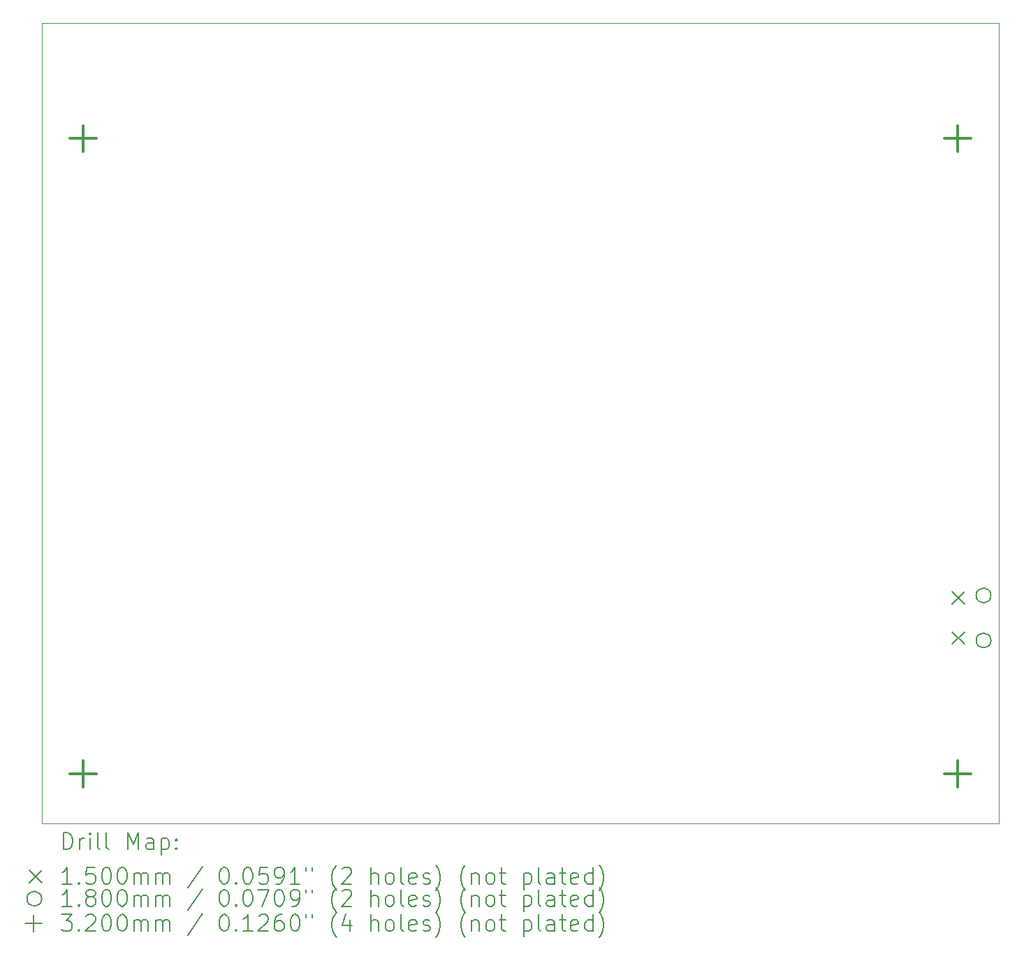
<source format=gbr>
%TF.GenerationSoftware,KiCad,Pcbnew,7.0.7+dfsg-1*%
%TF.CreationDate,2024-04-04T17:56:32+01:00*%
%TF.ProjectId,point-controller,706f696e-742d-4636-9f6e-74726f6c6c65,rev?*%
%TF.SameCoordinates,Original*%
%TF.FileFunction,Drillmap*%
%TF.FilePolarity,Positive*%
%FSLAX45Y45*%
G04 Gerber Fmt 4.5, Leading zero omitted, Abs format (unit mm)*
G04 Created by KiCad (PCBNEW 7.0.7+dfsg-1) date 2024-04-04 17:56:32*
%MOMM*%
%LPD*%
G01*
G04 APERTURE LIST*
%ADD10C,0.100000*%
%ADD11C,0.200000*%
%ADD12C,0.150000*%
%ADD13C,0.180000*%
%ADD14C,0.320000*%
G04 APERTURE END LIST*
D10*
X4400000Y-1600000D02*
X16000000Y-1600000D01*
X16000000Y-11300000D01*
X4400000Y-11300000D01*
X4400000Y-1600000D01*
D11*
D12*
X15433000Y-8493500D02*
X15583000Y-8643500D01*
X15583000Y-8493500D02*
X15433000Y-8643500D01*
X15433000Y-8978500D02*
X15583000Y-9128500D01*
X15583000Y-8978500D02*
X15433000Y-9128500D01*
D13*
X15901000Y-8538500D02*
G75*
G03*
X15901000Y-8538500I-90000J0D01*
G01*
X15901000Y-9083500D02*
G75*
G03*
X15901000Y-9083500I-90000J0D01*
G01*
D14*
X4900000Y-2840000D02*
X4900000Y-3160000D01*
X4740000Y-3000000D02*
X5060000Y-3000000D01*
X4900000Y-10540000D02*
X4900000Y-10860000D01*
X4740000Y-10700000D02*
X5060000Y-10700000D01*
X15500000Y-2840000D02*
X15500000Y-3160000D01*
X15340000Y-3000000D02*
X15660000Y-3000000D01*
X15500000Y-10540000D02*
X15500000Y-10860000D01*
X15340000Y-10700000D02*
X15660000Y-10700000D01*
D11*
X4655777Y-11616484D02*
X4655777Y-11416484D01*
X4655777Y-11416484D02*
X4703396Y-11416484D01*
X4703396Y-11416484D02*
X4731967Y-11426008D01*
X4731967Y-11426008D02*
X4751015Y-11445055D01*
X4751015Y-11445055D02*
X4760539Y-11464103D01*
X4760539Y-11464103D02*
X4770063Y-11502198D01*
X4770063Y-11502198D02*
X4770063Y-11530769D01*
X4770063Y-11530769D02*
X4760539Y-11568865D01*
X4760539Y-11568865D02*
X4751015Y-11587912D01*
X4751015Y-11587912D02*
X4731967Y-11606960D01*
X4731967Y-11606960D02*
X4703396Y-11616484D01*
X4703396Y-11616484D02*
X4655777Y-11616484D01*
X4855777Y-11616484D02*
X4855777Y-11483150D01*
X4855777Y-11521246D02*
X4865301Y-11502198D01*
X4865301Y-11502198D02*
X4874824Y-11492674D01*
X4874824Y-11492674D02*
X4893872Y-11483150D01*
X4893872Y-11483150D02*
X4912920Y-11483150D01*
X4979586Y-11616484D02*
X4979586Y-11483150D01*
X4979586Y-11416484D02*
X4970063Y-11426008D01*
X4970063Y-11426008D02*
X4979586Y-11435531D01*
X4979586Y-11435531D02*
X4989110Y-11426008D01*
X4989110Y-11426008D02*
X4979586Y-11416484D01*
X4979586Y-11416484D02*
X4979586Y-11435531D01*
X5103396Y-11616484D02*
X5084348Y-11606960D01*
X5084348Y-11606960D02*
X5074824Y-11587912D01*
X5074824Y-11587912D02*
X5074824Y-11416484D01*
X5208158Y-11616484D02*
X5189110Y-11606960D01*
X5189110Y-11606960D02*
X5179586Y-11587912D01*
X5179586Y-11587912D02*
X5179586Y-11416484D01*
X5436729Y-11616484D02*
X5436729Y-11416484D01*
X5436729Y-11416484D02*
X5503396Y-11559341D01*
X5503396Y-11559341D02*
X5570063Y-11416484D01*
X5570063Y-11416484D02*
X5570063Y-11616484D01*
X5751015Y-11616484D02*
X5751015Y-11511722D01*
X5751015Y-11511722D02*
X5741491Y-11492674D01*
X5741491Y-11492674D02*
X5722443Y-11483150D01*
X5722443Y-11483150D02*
X5684348Y-11483150D01*
X5684348Y-11483150D02*
X5665301Y-11492674D01*
X5751015Y-11606960D02*
X5731967Y-11616484D01*
X5731967Y-11616484D02*
X5684348Y-11616484D01*
X5684348Y-11616484D02*
X5665301Y-11606960D01*
X5665301Y-11606960D02*
X5655777Y-11587912D01*
X5655777Y-11587912D02*
X5655777Y-11568865D01*
X5655777Y-11568865D02*
X5665301Y-11549817D01*
X5665301Y-11549817D02*
X5684348Y-11540293D01*
X5684348Y-11540293D02*
X5731967Y-11540293D01*
X5731967Y-11540293D02*
X5751015Y-11530769D01*
X5846253Y-11483150D02*
X5846253Y-11683150D01*
X5846253Y-11492674D02*
X5865301Y-11483150D01*
X5865301Y-11483150D02*
X5903396Y-11483150D01*
X5903396Y-11483150D02*
X5922443Y-11492674D01*
X5922443Y-11492674D02*
X5931967Y-11502198D01*
X5931967Y-11502198D02*
X5941491Y-11521246D01*
X5941491Y-11521246D02*
X5941491Y-11578388D01*
X5941491Y-11578388D02*
X5931967Y-11597436D01*
X5931967Y-11597436D02*
X5922443Y-11606960D01*
X5922443Y-11606960D02*
X5903396Y-11616484D01*
X5903396Y-11616484D02*
X5865301Y-11616484D01*
X5865301Y-11616484D02*
X5846253Y-11606960D01*
X6027205Y-11597436D02*
X6036729Y-11606960D01*
X6036729Y-11606960D02*
X6027205Y-11616484D01*
X6027205Y-11616484D02*
X6017682Y-11606960D01*
X6017682Y-11606960D02*
X6027205Y-11597436D01*
X6027205Y-11597436D02*
X6027205Y-11616484D01*
X6027205Y-11492674D02*
X6036729Y-11502198D01*
X6036729Y-11502198D02*
X6027205Y-11511722D01*
X6027205Y-11511722D02*
X6017682Y-11502198D01*
X6017682Y-11502198D02*
X6027205Y-11492674D01*
X6027205Y-11492674D02*
X6027205Y-11511722D01*
D12*
X4245000Y-11870000D02*
X4395000Y-12020000D01*
X4395000Y-11870000D02*
X4245000Y-12020000D01*
D11*
X4760539Y-12036484D02*
X4646253Y-12036484D01*
X4703396Y-12036484D02*
X4703396Y-11836484D01*
X4703396Y-11836484D02*
X4684348Y-11865055D01*
X4684348Y-11865055D02*
X4665301Y-11884103D01*
X4665301Y-11884103D02*
X4646253Y-11893627D01*
X4846253Y-12017436D02*
X4855777Y-12026960D01*
X4855777Y-12026960D02*
X4846253Y-12036484D01*
X4846253Y-12036484D02*
X4836729Y-12026960D01*
X4836729Y-12026960D02*
X4846253Y-12017436D01*
X4846253Y-12017436D02*
X4846253Y-12036484D01*
X5036729Y-11836484D02*
X4941491Y-11836484D01*
X4941491Y-11836484D02*
X4931967Y-11931722D01*
X4931967Y-11931722D02*
X4941491Y-11922198D01*
X4941491Y-11922198D02*
X4960539Y-11912674D01*
X4960539Y-11912674D02*
X5008158Y-11912674D01*
X5008158Y-11912674D02*
X5027205Y-11922198D01*
X5027205Y-11922198D02*
X5036729Y-11931722D01*
X5036729Y-11931722D02*
X5046253Y-11950769D01*
X5046253Y-11950769D02*
X5046253Y-11998388D01*
X5046253Y-11998388D02*
X5036729Y-12017436D01*
X5036729Y-12017436D02*
X5027205Y-12026960D01*
X5027205Y-12026960D02*
X5008158Y-12036484D01*
X5008158Y-12036484D02*
X4960539Y-12036484D01*
X4960539Y-12036484D02*
X4941491Y-12026960D01*
X4941491Y-12026960D02*
X4931967Y-12017436D01*
X5170063Y-11836484D02*
X5189110Y-11836484D01*
X5189110Y-11836484D02*
X5208158Y-11846008D01*
X5208158Y-11846008D02*
X5217682Y-11855531D01*
X5217682Y-11855531D02*
X5227205Y-11874579D01*
X5227205Y-11874579D02*
X5236729Y-11912674D01*
X5236729Y-11912674D02*
X5236729Y-11960293D01*
X5236729Y-11960293D02*
X5227205Y-11998388D01*
X5227205Y-11998388D02*
X5217682Y-12017436D01*
X5217682Y-12017436D02*
X5208158Y-12026960D01*
X5208158Y-12026960D02*
X5189110Y-12036484D01*
X5189110Y-12036484D02*
X5170063Y-12036484D01*
X5170063Y-12036484D02*
X5151015Y-12026960D01*
X5151015Y-12026960D02*
X5141491Y-12017436D01*
X5141491Y-12017436D02*
X5131967Y-11998388D01*
X5131967Y-11998388D02*
X5122444Y-11960293D01*
X5122444Y-11960293D02*
X5122444Y-11912674D01*
X5122444Y-11912674D02*
X5131967Y-11874579D01*
X5131967Y-11874579D02*
X5141491Y-11855531D01*
X5141491Y-11855531D02*
X5151015Y-11846008D01*
X5151015Y-11846008D02*
X5170063Y-11836484D01*
X5360539Y-11836484D02*
X5379586Y-11836484D01*
X5379586Y-11836484D02*
X5398634Y-11846008D01*
X5398634Y-11846008D02*
X5408158Y-11855531D01*
X5408158Y-11855531D02*
X5417682Y-11874579D01*
X5417682Y-11874579D02*
X5427205Y-11912674D01*
X5427205Y-11912674D02*
X5427205Y-11960293D01*
X5427205Y-11960293D02*
X5417682Y-11998388D01*
X5417682Y-11998388D02*
X5408158Y-12017436D01*
X5408158Y-12017436D02*
X5398634Y-12026960D01*
X5398634Y-12026960D02*
X5379586Y-12036484D01*
X5379586Y-12036484D02*
X5360539Y-12036484D01*
X5360539Y-12036484D02*
X5341491Y-12026960D01*
X5341491Y-12026960D02*
X5331967Y-12017436D01*
X5331967Y-12017436D02*
X5322444Y-11998388D01*
X5322444Y-11998388D02*
X5312920Y-11960293D01*
X5312920Y-11960293D02*
X5312920Y-11912674D01*
X5312920Y-11912674D02*
X5322444Y-11874579D01*
X5322444Y-11874579D02*
X5331967Y-11855531D01*
X5331967Y-11855531D02*
X5341491Y-11846008D01*
X5341491Y-11846008D02*
X5360539Y-11836484D01*
X5512920Y-12036484D02*
X5512920Y-11903150D01*
X5512920Y-11922198D02*
X5522444Y-11912674D01*
X5522444Y-11912674D02*
X5541491Y-11903150D01*
X5541491Y-11903150D02*
X5570063Y-11903150D01*
X5570063Y-11903150D02*
X5589110Y-11912674D01*
X5589110Y-11912674D02*
X5598634Y-11931722D01*
X5598634Y-11931722D02*
X5598634Y-12036484D01*
X5598634Y-11931722D02*
X5608158Y-11912674D01*
X5608158Y-11912674D02*
X5627205Y-11903150D01*
X5627205Y-11903150D02*
X5655777Y-11903150D01*
X5655777Y-11903150D02*
X5674824Y-11912674D01*
X5674824Y-11912674D02*
X5684348Y-11931722D01*
X5684348Y-11931722D02*
X5684348Y-12036484D01*
X5779586Y-12036484D02*
X5779586Y-11903150D01*
X5779586Y-11922198D02*
X5789110Y-11912674D01*
X5789110Y-11912674D02*
X5808158Y-11903150D01*
X5808158Y-11903150D02*
X5836729Y-11903150D01*
X5836729Y-11903150D02*
X5855777Y-11912674D01*
X5855777Y-11912674D02*
X5865301Y-11931722D01*
X5865301Y-11931722D02*
X5865301Y-12036484D01*
X5865301Y-11931722D02*
X5874824Y-11912674D01*
X5874824Y-11912674D02*
X5893872Y-11903150D01*
X5893872Y-11903150D02*
X5922443Y-11903150D01*
X5922443Y-11903150D02*
X5941491Y-11912674D01*
X5941491Y-11912674D02*
X5951015Y-11931722D01*
X5951015Y-11931722D02*
X5951015Y-12036484D01*
X6341491Y-11826960D02*
X6170063Y-12084103D01*
X6598634Y-11836484D02*
X6617682Y-11836484D01*
X6617682Y-11836484D02*
X6636729Y-11846008D01*
X6636729Y-11846008D02*
X6646253Y-11855531D01*
X6646253Y-11855531D02*
X6655777Y-11874579D01*
X6655777Y-11874579D02*
X6665301Y-11912674D01*
X6665301Y-11912674D02*
X6665301Y-11960293D01*
X6665301Y-11960293D02*
X6655777Y-11998388D01*
X6655777Y-11998388D02*
X6646253Y-12017436D01*
X6646253Y-12017436D02*
X6636729Y-12026960D01*
X6636729Y-12026960D02*
X6617682Y-12036484D01*
X6617682Y-12036484D02*
X6598634Y-12036484D01*
X6598634Y-12036484D02*
X6579586Y-12026960D01*
X6579586Y-12026960D02*
X6570063Y-12017436D01*
X6570063Y-12017436D02*
X6560539Y-11998388D01*
X6560539Y-11998388D02*
X6551015Y-11960293D01*
X6551015Y-11960293D02*
X6551015Y-11912674D01*
X6551015Y-11912674D02*
X6560539Y-11874579D01*
X6560539Y-11874579D02*
X6570063Y-11855531D01*
X6570063Y-11855531D02*
X6579586Y-11846008D01*
X6579586Y-11846008D02*
X6598634Y-11836484D01*
X6751015Y-12017436D02*
X6760539Y-12026960D01*
X6760539Y-12026960D02*
X6751015Y-12036484D01*
X6751015Y-12036484D02*
X6741491Y-12026960D01*
X6741491Y-12026960D02*
X6751015Y-12017436D01*
X6751015Y-12017436D02*
X6751015Y-12036484D01*
X6884348Y-11836484D02*
X6903396Y-11836484D01*
X6903396Y-11836484D02*
X6922444Y-11846008D01*
X6922444Y-11846008D02*
X6931967Y-11855531D01*
X6931967Y-11855531D02*
X6941491Y-11874579D01*
X6941491Y-11874579D02*
X6951015Y-11912674D01*
X6951015Y-11912674D02*
X6951015Y-11960293D01*
X6951015Y-11960293D02*
X6941491Y-11998388D01*
X6941491Y-11998388D02*
X6931967Y-12017436D01*
X6931967Y-12017436D02*
X6922444Y-12026960D01*
X6922444Y-12026960D02*
X6903396Y-12036484D01*
X6903396Y-12036484D02*
X6884348Y-12036484D01*
X6884348Y-12036484D02*
X6865301Y-12026960D01*
X6865301Y-12026960D02*
X6855777Y-12017436D01*
X6855777Y-12017436D02*
X6846253Y-11998388D01*
X6846253Y-11998388D02*
X6836729Y-11960293D01*
X6836729Y-11960293D02*
X6836729Y-11912674D01*
X6836729Y-11912674D02*
X6846253Y-11874579D01*
X6846253Y-11874579D02*
X6855777Y-11855531D01*
X6855777Y-11855531D02*
X6865301Y-11846008D01*
X6865301Y-11846008D02*
X6884348Y-11836484D01*
X7131967Y-11836484D02*
X7036729Y-11836484D01*
X7036729Y-11836484D02*
X7027206Y-11931722D01*
X7027206Y-11931722D02*
X7036729Y-11922198D01*
X7036729Y-11922198D02*
X7055777Y-11912674D01*
X7055777Y-11912674D02*
X7103396Y-11912674D01*
X7103396Y-11912674D02*
X7122444Y-11922198D01*
X7122444Y-11922198D02*
X7131967Y-11931722D01*
X7131967Y-11931722D02*
X7141491Y-11950769D01*
X7141491Y-11950769D02*
X7141491Y-11998388D01*
X7141491Y-11998388D02*
X7131967Y-12017436D01*
X7131967Y-12017436D02*
X7122444Y-12026960D01*
X7122444Y-12026960D02*
X7103396Y-12036484D01*
X7103396Y-12036484D02*
X7055777Y-12036484D01*
X7055777Y-12036484D02*
X7036729Y-12026960D01*
X7036729Y-12026960D02*
X7027206Y-12017436D01*
X7236729Y-12036484D02*
X7274825Y-12036484D01*
X7274825Y-12036484D02*
X7293872Y-12026960D01*
X7293872Y-12026960D02*
X7303396Y-12017436D01*
X7303396Y-12017436D02*
X7322444Y-11988865D01*
X7322444Y-11988865D02*
X7331967Y-11950769D01*
X7331967Y-11950769D02*
X7331967Y-11874579D01*
X7331967Y-11874579D02*
X7322444Y-11855531D01*
X7322444Y-11855531D02*
X7312920Y-11846008D01*
X7312920Y-11846008D02*
X7293872Y-11836484D01*
X7293872Y-11836484D02*
X7255777Y-11836484D01*
X7255777Y-11836484D02*
X7236729Y-11846008D01*
X7236729Y-11846008D02*
X7227206Y-11855531D01*
X7227206Y-11855531D02*
X7217682Y-11874579D01*
X7217682Y-11874579D02*
X7217682Y-11922198D01*
X7217682Y-11922198D02*
X7227206Y-11941246D01*
X7227206Y-11941246D02*
X7236729Y-11950769D01*
X7236729Y-11950769D02*
X7255777Y-11960293D01*
X7255777Y-11960293D02*
X7293872Y-11960293D01*
X7293872Y-11960293D02*
X7312920Y-11950769D01*
X7312920Y-11950769D02*
X7322444Y-11941246D01*
X7322444Y-11941246D02*
X7331967Y-11922198D01*
X7522444Y-12036484D02*
X7408158Y-12036484D01*
X7465301Y-12036484D02*
X7465301Y-11836484D01*
X7465301Y-11836484D02*
X7446253Y-11865055D01*
X7446253Y-11865055D02*
X7427206Y-11884103D01*
X7427206Y-11884103D02*
X7408158Y-11893627D01*
X7598634Y-11836484D02*
X7598634Y-11874579D01*
X7674825Y-11836484D02*
X7674825Y-11874579D01*
X7970063Y-12112674D02*
X7960539Y-12103150D01*
X7960539Y-12103150D02*
X7941491Y-12074579D01*
X7941491Y-12074579D02*
X7931968Y-12055531D01*
X7931968Y-12055531D02*
X7922444Y-12026960D01*
X7922444Y-12026960D02*
X7912920Y-11979341D01*
X7912920Y-11979341D02*
X7912920Y-11941246D01*
X7912920Y-11941246D02*
X7922444Y-11893627D01*
X7922444Y-11893627D02*
X7931968Y-11865055D01*
X7931968Y-11865055D02*
X7941491Y-11846008D01*
X7941491Y-11846008D02*
X7960539Y-11817436D01*
X7960539Y-11817436D02*
X7970063Y-11807912D01*
X8036729Y-11855531D02*
X8046253Y-11846008D01*
X8046253Y-11846008D02*
X8065301Y-11836484D01*
X8065301Y-11836484D02*
X8112920Y-11836484D01*
X8112920Y-11836484D02*
X8131968Y-11846008D01*
X8131968Y-11846008D02*
X8141491Y-11855531D01*
X8141491Y-11855531D02*
X8151015Y-11874579D01*
X8151015Y-11874579D02*
X8151015Y-11893627D01*
X8151015Y-11893627D02*
X8141491Y-11922198D01*
X8141491Y-11922198D02*
X8027206Y-12036484D01*
X8027206Y-12036484D02*
X8151015Y-12036484D01*
X8389111Y-12036484D02*
X8389111Y-11836484D01*
X8474825Y-12036484D02*
X8474825Y-11931722D01*
X8474825Y-11931722D02*
X8465301Y-11912674D01*
X8465301Y-11912674D02*
X8446253Y-11903150D01*
X8446253Y-11903150D02*
X8417682Y-11903150D01*
X8417682Y-11903150D02*
X8398634Y-11912674D01*
X8398634Y-11912674D02*
X8389111Y-11922198D01*
X8598634Y-12036484D02*
X8579587Y-12026960D01*
X8579587Y-12026960D02*
X8570063Y-12017436D01*
X8570063Y-12017436D02*
X8560539Y-11998388D01*
X8560539Y-11998388D02*
X8560539Y-11941246D01*
X8560539Y-11941246D02*
X8570063Y-11922198D01*
X8570063Y-11922198D02*
X8579587Y-11912674D01*
X8579587Y-11912674D02*
X8598634Y-11903150D01*
X8598634Y-11903150D02*
X8627206Y-11903150D01*
X8627206Y-11903150D02*
X8646253Y-11912674D01*
X8646253Y-11912674D02*
X8655777Y-11922198D01*
X8655777Y-11922198D02*
X8665301Y-11941246D01*
X8665301Y-11941246D02*
X8665301Y-11998388D01*
X8665301Y-11998388D02*
X8655777Y-12017436D01*
X8655777Y-12017436D02*
X8646253Y-12026960D01*
X8646253Y-12026960D02*
X8627206Y-12036484D01*
X8627206Y-12036484D02*
X8598634Y-12036484D01*
X8779587Y-12036484D02*
X8760539Y-12026960D01*
X8760539Y-12026960D02*
X8751015Y-12007912D01*
X8751015Y-12007912D02*
X8751015Y-11836484D01*
X8931968Y-12026960D02*
X8912920Y-12036484D01*
X8912920Y-12036484D02*
X8874825Y-12036484D01*
X8874825Y-12036484D02*
X8855777Y-12026960D01*
X8855777Y-12026960D02*
X8846253Y-12007912D01*
X8846253Y-12007912D02*
X8846253Y-11931722D01*
X8846253Y-11931722D02*
X8855777Y-11912674D01*
X8855777Y-11912674D02*
X8874825Y-11903150D01*
X8874825Y-11903150D02*
X8912920Y-11903150D01*
X8912920Y-11903150D02*
X8931968Y-11912674D01*
X8931968Y-11912674D02*
X8941492Y-11931722D01*
X8941492Y-11931722D02*
X8941492Y-11950769D01*
X8941492Y-11950769D02*
X8846253Y-11969817D01*
X9017682Y-12026960D02*
X9036730Y-12036484D01*
X9036730Y-12036484D02*
X9074825Y-12036484D01*
X9074825Y-12036484D02*
X9093873Y-12026960D01*
X9093873Y-12026960D02*
X9103396Y-12007912D01*
X9103396Y-12007912D02*
X9103396Y-11998388D01*
X9103396Y-11998388D02*
X9093873Y-11979341D01*
X9093873Y-11979341D02*
X9074825Y-11969817D01*
X9074825Y-11969817D02*
X9046253Y-11969817D01*
X9046253Y-11969817D02*
X9027206Y-11960293D01*
X9027206Y-11960293D02*
X9017682Y-11941246D01*
X9017682Y-11941246D02*
X9017682Y-11931722D01*
X9017682Y-11931722D02*
X9027206Y-11912674D01*
X9027206Y-11912674D02*
X9046253Y-11903150D01*
X9046253Y-11903150D02*
X9074825Y-11903150D01*
X9074825Y-11903150D02*
X9093873Y-11912674D01*
X9170063Y-12112674D02*
X9179587Y-12103150D01*
X9179587Y-12103150D02*
X9198634Y-12074579D01*
X9198634Y-12074579D02*
X9208158Y-12055531D01*
X9208158Y-12055531D02*
X9217682Y-12026960D01*
X9217682Y-12026960D02*
X9227206Y-11979341D01*
X9227206Y-11979341D02*
X9227206Y-11941246D01*
X9227206Y-11941246D02*
X9217682Y-11893627D01*
X9217682Y-11893627D02*
X9208158Y-11865055D01*
X9208158Y-11865055D02*
X9198634Y-11846008D01*
X9198634Y-11846008D02*
X9179587Y-11817436D01*
X9179587Y-11817436D02*
X9170063Y-11807912D01*
X9531968Y-12112674D02*
X9522444Y-12103150D01*
X9522444Y-12103150D02*
X9503396Y-12074579D01*
X9503396Y-12074579D02*
X9493873Y-12055531D01*
X9493873Y-12055531D02*
X9484349Y-12026960D01*
X9484349Y-12026960D02*
X9474825Y-11979341D01*
X9474825Y-11979341D02*
X9474825Y-11941246D01*
X9474825Y-11941246D02*
X9484349Y-11893627D01*
X9484349Y-11893627D02*
X9493873Y-11865055D01*
X9493873Y-11865055D02*
X9503396Y-11846008D01*
X9503396Y-11846008D02*
X9522444Y-11817436D01*
X9522444Y-11817436D02*
X9531968Y-11807912D01*
X9608158Y-11903150D02*
X9608158Y-12036484D01*
X9608158Y-11922198D02*
X9617682Y-11912674D01*
X9617682Y-11912674D02*
X9636730Y-11903150D01*
X9636730Y-11903150D02*
X9665301Y-11903150D01*
X9665301Y-11903150D02*
X9684349Y-11912674D01*
X9684349Y-11912674D02*
X9693873Y-11931722D01*
X9693873Y-11931722D02*
X9693873Y-12036484D01*
X9817682Y-12036484D02*
X9798634Y-12026960D01*
X9798634Y-12026960D02*
X9789111Y-12017436D01*
X9789111Y-12017436D02*
X9779587Y-11998388D01*
X9779587Y-11998388D02*
X9779587Y-11941246D01*
X9779587Y-11941246D02*
X9789111Y-11922198D01*
X9789111Y-11922198D02*
X9798634Y-11912674D01*
X9798634Y-11912674D02*
X9817682Y-11903150D01*
X9817682Y-11903150D02*
X9846254Y-11903150D01*
X9846254Y-11903150D02*
X9865301Y-11912674D01*
X9865301Y-11912674D02*
X9874825Y-11922198D01*
X9874825Y-11922198D02*
X9884349Y-11941246D01*
X9884349Y-11941246D02*
X9884349Y-11998388D01*
X9884349Y-11998388D02*
X9874825Y-12017436D01*
X9874825Y-12017436D02*
X9865301Y-12026960D01*
X9865301Y-12026960D02*
X9846254Y-12036484D01*
X9846254Y-12036484D02*
X9817682Y-12036484D01*
X9941492Y-11903150D02*
X10017682Y-11903150D01*
X9970063Y-11836484D02*
X9970063Y-12007912D01*
X9970063Y-12007912D02*
X9979587Y-12026960D01*
X9979587Y-12026960D02*
X9998634Y-12036484D01*
X9998634Y-12036484D02*
X10017682Y-12036484D01*
X10236730Y-11903150D02*
X10236730Y-12103150D01*
X10236730Y-11912674D02*
X10255777Y-11903150D01*
X10255777Y-11903150D02*
X10293873Y-11903150D01*
X10293873Y-11903150D02*
X10312920Y-11912674D01*
X10312920Y-11912674D02*
X10322444Y-11922198D01*
X10322444Y-11922198D02*
X10331968Y-11941246D01*
X10331968Y-11941246D02*
X10331968Y-11998388D01*
X10331968Y-11998388D02*
X10322444Y-12017436D01*
X10322444Y-12017436D02*
X10312920Y-12026960D01*
X10312920Y-12026960D02*
X10293873Y-12036484D01*
X10293873Y-12036484D02*
X10255777Y-12036484D01*
X10255777Y-12036484D02*
X10236730Y-12026960D01*
X10446254Y-12036484D02*
X10427206Y-12026960D01*
X10427206Y-12026960D02*
X10417682Y-12007912D01*
X10417682Y-12007912D02*
X10417682Y-11836484D01*
X10608158Y-12036484D02*
X10608158Y-11931722D01*
X10608158Y-11931722D02*
X10598635Y-11912674D01*
X10598635Y-11912674D02*
X10579587Y-11903150D01*
X10579587Y-11903150D02*
X10541492Y-11903150D01*
X10541492Y-11903150D02*
X10522444Y-11912674D01*
X10608158Y-12026960D02*
X10589111Y-12036484D01*
X10589111Y-12036484D02*
X10541492Y-12036484D01*
X10541492Y-12036484D02*
X10522444Y-12026960D01*
X10522444Y-12026960D02*
X10512920Y-12007912D01*
X10512920Y-12007912D02*
X10512920Y-11988865D01*
X10512920Y-11988865D02*
X10522444Y-11969817D01*
X10522444Y-11969817D02*
X10541492Y-11960293D01*
X10541492Y-11960293D02*
X10589111Y-11960293D01*
X10589111Y-11960293D02*
X10608158Y-11950769D01*
X10674825Y-11903150D02*
X10751015Y-11903150D01*
X10703396Y-11836484D02*
X10703396Y-12007912D01*
X10703396Y-12007912D02*
X10712920Y-12026960D01*
X10712920Y-12026960D02*
X10731968Y-12036484D01*
X10731968Y-12036484D02*
X10751015Y-12036484D01*
X10893873Y-12026960D02*
X10874825Y-12036484D01*
X10874825Y-12036484D02*
X10836730Y-12036484D01*
X10836730Y-12036484D02*
X10817682Y-12026960D01*
X10817682Y-12026960D02*
X10808158Y-12007912D01*
X10808158Y-12007912D02*
X10808158Y-11931722D01*
X10808158Y-11931722D02*
X10817682Y-11912674D01*
X10817682Y-11912674D02*
X10836730Y-11903150D01*
X10836730Y-11903150D02*
X10874825Y-11903150D01*
X10874825Y-11903150D02*
X10893873Y-11912674D01*
X10893873Y-11912674D02*
X10903396Y-11931722D01*
X10903396Y-11931722D02*
X10903396Y-11950769D01*
X10903396Y-11950769D02*
X10808158Y-11969817D01*
X11074825Y-12036484D02*
X11074825Y-11836484D01*
X11074825Y-12026960D02*
X11055777Y-12036484D01*
X11055777Y-12036484D02*
X11017682Y-12036484D01*
X11017682Y-12036484D02*
X10998635Y-12026960D01*
X10998635Y-12026960D02*
X10989111Y-12017436D01*
X10989111Y-12017436D02*
X10979587Y-11998388D01*
X10979587Y-11998388D02*
X10979587Y-11941246D01*
X10979587Y-11941246D02*
X10989111Y-11922198D01*
X10989111Y-11922198D02*
X10998635Y-11912674D01*
X10998635Y-11912674D02*
X11017682Y-11903150D01*
X11017682Y-11903150D02*
X11055777Y-11903150D01*
X11055777Y-11903150D02*
X11074825Y-11912674D01*
X11151016Y-12112674D02*
X11160539Y-12103150D01*
X11160539Y-12103150D02*
X11179587Y-12074579D01*
X11179587Y-12074579D02*
X11189111Y-12055531D01*
X11189111Y-12055531D02*
X11198634Y-12026960D01*
X11198634Y-12026960D02*
X11208158Y-11979341D01*
X11208158Y-11979341D02*
X11208158Y-11941246D01*
X11208158Y-11941246D02*
X11198634Y-11893627D01*
X11198634Y-11893627D02*
X11189111Y-11865055D01*
X11189111Y-11865055D02*
X11179587Y-11846008D01*
X11179587Y-11846008D02*
X11160539Y-11817436D01*
X11160539Y-11817436D02*
X11151016Y-11807912D01*
D13*
X4395000Y-12215000D02*
G75*
G03*
X4395000Y-12215000I-90000J0D01*
G01*
D11*
X4760539Y-12306484D02*
X4646253Y-12306484D01*
X4703396Y-12306484D02*
X4703396Y-12106484D01*
X4703396Y-12106484D02*
X4684348Y-12135055D01*
X4684348Y-12135055D02*
X4665301Y-12154103D01*
X4665301Y-12154103D02*
X4646253Y-12163627D01*
X4846253Y-12287436D02*
X4855777Y-12296960D01*
X4855777Y-12296960D02*
X4846253Y-12306484D01*
X4846253Y-12306484D02*
X4836729Y-12296960D01*
X4836729Y-12296960D02*
X4846253Y-12287436D01*
X4846253Y-12287436D02*
X4846253Y-12306484D01*
X4970063Y-12192198D02*
X4951015Y-12182674D01*
X4951015Y-12182674D02*
X4941491Y-12173150D01*
X4941491Y-12173150D02*
X4931967Y-12154103D01*
X4931967Y-12154103D02*
X4931967Y-12144579D01*
X4931967Y-12144579D02*
X4941491Y-12125531D01*
X4941491Y-12125531D02*
X4951015Y-12116008D01*
X4951015Y-12116008D02*
X4970063Y-12106484D01*
X4970063Y-12106484D02*
X5008158Y-12106484D01*
X5008158Y-12106484D02*
X5027205Y-12116008D01*
X5027205Y-12116008D02*
X5036729Y-12125531D01*
X5036729Y-12125531D02*
X5046253Y-12144579D01*
X5046253Y-12144579D02*
X5046253Y-12154103D01*
X5046253Y-12154103D02*
X5036729Y-12173150D01*
X5036729Y-12173150D02*
X5027205Y-12182674D01*
X5027205Y-12182674D02*
X5008158Y-12192198D01*
X5008158Y-12192198D02*
X4970063Y-12192198D01*
X4970063Y-12192198D02*
X4951015Y-12201722D01*
X4951015Y-12201722D02*
X4941491Y-12211246D01*
X4941491Y-12211246D02*
X4931967Y-12230293D01*
X4931967Y-12230293D02*
X4931967Y-12268388D01*
X4931967Y-12268388D02*
X4941491Y-12287436D01*
X4941491Y-12287436D02*
X4951015Y-12296960D01*
X4951015Y-12296960D02*
X4970063Y-12306484D01*
X4970063Y-12306484D02*
X5008158Y-12306484D01*
X5008158Y-12306484D02*
X5027205Y-12296960D01*
X5027205Y-12296960D02*
X5036729Y-12287436D01*
X5036729Y-12287436D02*
X5046253Y-12268388D01*
X5046253Y-12268388D02*
X5046253Y-12230293D01*
X5046253Y-12230293D02*
X5036729Y-12211246D01*
X5036729Y-12211246D02*
X5027205Y-12201722D01*
X5027205Y-12201722D02*
X5008158Y-12192198D01*
X5170063Y-12106484D02*
X5189110Y-12106484D01*
X5189110Y-12106484D02*
X5208158Y-12116008D01*
X5208158Y-12116008D02*
X5217682Y-12125531D01*
X5217682Y-12125531D02*
X5227205Y-12144579D01*
X5227205Y-12144579D02*
X5236729Y-12182674D01*
X5236729Y-12182674D02*
X5236729Y-12230293D01*
X5236729Y-12230293D02*
X5227205Y-12268388D01*
X5227205Y-12268388D02*
X5217682Y-12287436D01*
X5217682Y-12287436D02*
X5208158Y-12296960D01*
X5208158Y-12296960D02*
X5189110Y-12306484D01*
X5189110Y-12306484D02*
X5170063Y-12306484D01*
X5170063Y-12306484D02*
X5151015Y-12296960D01*
X5151015Y-12296960D02*
X5141491Y-12287436D01*
X5141491Y-12287436D02*
X5131967Y-12268388D01*
X5131967Y-12268388D02*
X5122444Y-12230293D01*
X5122444Y-12230293D02*
X5122444Y-12182674D01*
X5122444Y-12182674D02*
X5131967Y-12144579D01*
X5131967Y-12144579D02*
X5141491Y-12125531D01*
X5141491Y-12125531D02*
X5151015Y-12116008D01*
X5151015Y-12116008D02*
X5170063Y-12106484D01*
X5360539Y-12106484D02*
X5379586Y-12106484D01*
X5379586Y-12106484D02*
X5398634Y-12116008D01*
X5398634Y-12116008D02*
X5408158Y-12125531D01*
X5408158Y-12125531D02*
X5417682Y-12144579D01*
X5417682Y-12144579D02*
X5427205Y-12182674D01*
X5427205Y-12182674D02*
X5427205Y-12230293D01*
X5427205Y-12230293D02*
X5417682Y-12268388D01*
X5417682Y-12268388D02*
X5408158Y-12287436D01*
X5408158Y-12287436D02*
X5398634Y-12296960D01*
X5398634Y-12296960D02*
X5379586Y-12306484D01*
X5379586Y-12306484D02*
X5360539Y-12306484D01*
X5360539Y-12306484D02*
X5341491Y-12296960D01*
X5341491Y-12296960D02*
X5331967Y-12287436D01*
X5331967Y-12287436D02*
X5322444Y-12268388D01*
X5322444Y-12268388D02*
X5312920Y-12230293D01*
X5312920Y-12230293D02*
X5312920Y-12182674D01*
X5312920Y-12182674D02*
X5322444Y-12144579D01*
X5322444Y-12144579D02*
X5331967Y-12125531D01*
X5331967Y-12125531D02*
X5341491Y-12116008D01*
X5341491Y-12116008D02*
X5360539Y-12106484D01*
X5512920Y-12306484D02*
X5512920Y-12173150D01*
X5512920Y-12192198D02*
X5522444Y-12182674D01*
X5522444Y-12182674D02*
X5541491Y-12173150D01*
X5541491Y-12173150D02*
X5570063Y-12173150D01*
X5570063Y-12173150D02*
X5589110Y-12182674D01*
X5589110Y-12182674D02*
X5598634Y-12201722D01*
X5598634Y-12201722D02*
X5598634Y-12306484D01*
X5598634Y-12201722D02*
X5608158Y-12182674D01*
X5608158Y-12182674D02*
X5627205Y-12173150D01*
X5627205Y-12173150D02*
X5655777Y-12173150D01*
X5655777Y-12173150D02*
X5674824Y-12182674D01*
X5674824Y-12182674D02*
X5684348Y-12201722D01*
X5684348Y-12201722D02*
X5684348Y-12306484D01*
X5779586Y-12306484D02*
X5779586Y-12173150D01*
X5779586Y-12192198D02*
X5789110Y-12182674D01*
X5789110Y-12182674D02*
X5808158Y-12173150D01*
X5808158Y-12173150D02*
X5836729Y-12173150D01*
X5836729Y-12173150D02*
X5855777Y-12182674D01*
X5855777Y-12182674D02*
X5865301Y-12201722D01*
X5865301Y-12201722D02*
X5865301Y-12306484D01*
X5865301Y-12201722D02*
X5874824Y-12182674D01*
X5874824Y-12182674D02*
X5893872Y-12173150D01*
X5893872Y-12173150D02*
X5922443Y-12173150D01*
X5922443Y-12173150D02*
X5941491Y-12182674D01*
X5941491Y-12182674D02*
X5951015Y-12201722D01*
X5951015Y-12201722D02*
X5951015Y-12306484D01*
X6341491Y-12096960D02*
X6170063Y-12354103D01*
X6598634Y-12106484D02*
X6617682Y-12106484D01*
X6617682Y-12106484D02*
X6636729Y-12116008D01*
X6636729Y-12116008D02*
X6646253Y-12125531D01*
X6646253Y-12125531D02*
X6655777Y-12144579D01*
X6655777Y-12144579D02*
X6665301Y-12182674D01*
X6665301Y-12182674D02*
X6665301Y-12230293D01*
X6665301Y-12230293D02*
X6655777Y-12268388D01*
X6655777Y-12268388D02*
X6646253Y-12287436D01*
X6646253Y-12287436D02*
X6636729Y-12296960D01*
X6636729Y-12296960D02*
X6617682Y-12306484D01*
X6617682Y-12306484D02*
X6598634Y-12306484D01*
X6598634Y-12306484D02*
X6579586Y-12296960D01*
X6579586Y-12296960D02*
X6570063Y-12287436D01*
X6570063Y-12287436D02*
X6560539Y-12268388D01*
X6560539Y-12268388D02*
X6551015Y-12230293D01*
X6551015Y-12230293D02*
X6551015Y-12182674D01*
X6551015Y-12182674D02*
X6560539Y-12144579D01*
X6560539Y-12144579D02*
X6570063Y-12125531D01*
X6570063Y-12125531D02*
X6579586Y-12116008D01*
X6579586Y-12116008D02*
X6598634Y-12106484D01*
X6751015Y-12287436D02*
X6760539Y-12296960D01*
X6760539Y-12296960D02*
X6751015Y-12306484D01*
X6751015Y-12306484D02*
X6741491Y-12296960D01*
X6741491Y-12296960D02*
X6751015Y-12287436D01*
X6751015Y-12287436D02*
X6751015Y-12306484D01*
X6884348Y-12106484D02*
X6903396Y-12106484D01*
X6903396Y-12106484D02*
X6922444Y-12116008D01*
X6922444Y-12116008D02*
X6931967Y-12125531D01*
X6931967Y-12125531D02*
X6941491Y-12144579D01*
X6941491Y-12144579D02*
X6951015Y-12182674D01*
X6951015Y-12182674D02*
X6951015Y-12230293D01*
X6951015Y-12230293D02*
X6941491Y-12268388D01*
X6941491Y-12268388D02*
X6931967Y-12287436D01*
X6931967Y-12287436D02*
X6922444Y-12296960D01*
X6922444Y-12296960D02*
X6903396Y-12306484D01*
X6903396Y-12306484D02*
X6884348Y-12306484D01*
X6884348Y-12306484D02*
X6865301Y-12296960D01*
X6865301Y-12296960D02*
X6855777Y-12287436D01*
X6855777Y-12287436D02*
X6846253Y-12268388D01*
X6846253Y-12268388D02*
X6836729Y-12230293D01*
X6836729Y-12230293D02*
X6836729Y-12182674D01*
X6836729Y-12182674D02*
X6846253Y-12144579D01*
X6846253Y-12144579D02*
X6855777Y-12125531D01*
X6855777Y-12125531D02*
X6865301Y-12116008D01*
X6865301Y-12116008D02*
X6884348Y-12106484D01*
X7017682Y-12106484D02*
X7151015Y-12106484D01*
X7151015Y-12106484D02*
X7065301Y-12306484D01*
X7265301Y-12106484D02*
X7284348Y-12106484D01*
X7284348Y-12106484D02*
X7303396Y-12116008D01*
X7303396Y-12116008D02*
X7312920Y-12125531D01*
X7312920Y-12125531D02*
X7322444Y-12144579D01*
X7322444Y-12144579D02*
X7331967Y-12182674D01*
X7331967Y-12182674D02*
X7331967Y-12230293D01*
X7331967Y-12230293D02*
X7322444Y-12268388D01*
X7322444Y-12268388D02*
X7312920Y-12287436D01*
X7312920Y-12287436D02*
X7303396Y-12296960D01*
X7303396Y-12296960D02*
X7284348Y-12306484D01*
X7284348Y-12306484D02*
X7265301Y-12306484D01*
X7265301Y-12306484D02*
X7246253Y-12296960D01*
X7246253Y-12296960D02*
X7236729Y-12287436D01*
X7236729Y-12287436D02*
X7227206Y-12268388D01*
X7227206Y-12268388D02*
X7217682Y-12230293D01*
X7217682Y-12230293D02*
X7217682Y-12182674D01*
X7217682Y-12182674D02*
X7227206Y-12144579D01*
X7227206Y-12144579D02*
X7236729Y-12125531D01*
X7236729Y-12125531D02*
X7246253Y-12116008D01*
X7246253Y-12116008D02*
X7265301Y-12106484D01*
X7427206Y-12306484D02*
X7465301Y-12306484D01*
X7465301Y-12306484D02*
X7484348Y-12296960D01*
X7484348Y-12296960D02*
X7493872Y-12287436D01*
X7493872Y-12287436D02*
X7512920Y-12258865D01*
X7512920Y-12258865D02*
X7522444Y-12220769D01*
X7522444Y-12220769D02*
X7522444Y-12144579D01*
X7522444Y-12144579D02*
X7512920Y-12125531D01*
X7512920Y-12125531D02*
X7503396Y-12116008D01*
X7503396Y-12116008D02*
X7484348Y-12106484D01*
X7484348Y-12106484D02*
X7446253Y-12106484D01*
X7446253Y-12106484D02*
X7427206Y-12116008D01*
X7427206Y-12116008D02*
X7417682Y-12125531D01*
X7417682Y-12125531D02*
X7408158Y-12144579D01*
X7408158Y-12144579D02*
X7408158Y-12192198D01*
X7408158Y-12192198D02*
X7417682Y-12211246D01*
X7417682Y-12211246D02*
X7427206Y-12220769D01*
X7427206Y-12220769D02*
X7446253Y-12230293D01*
X7446253Y-12230293D02*
X7484348Y-12230293D01*
X7484348Y-12230293D02*
X7503396Y-12220769D01*
X7503396Y-12220769D02*
X7512920Y-12211246D01*
X7512920Y-12211246D02*
X7522444Y-12192198D01*
X7598634Y-12106484D02*
X7598634Y-12144579D01*
X7674825Y-12106484D02*
X7674825Y-12144579D01*
X7970063Y-12382674D02*
X7960539Y-12373150D01*
X7960539Y-12373150D02*
X7941491Y-12344579D01*
X7941491Y-12344579D02*
X7931968Y-12325531D01*
X7931968Y-12325531D02*
X7922444Y-12296960D01*
X7922444Y-12296960D02*
X7912920Y-12249341D01*
X7912920Y-12249341D02*
X7912920Y-12211246D01*
X7912920Y-12211246D02*
X7922444Y-12163627D01*
X7922444Y-12163627D02*
X7931968Y-12135055D01*
X7931968Y-12135055D02*
X7941491Y-12116008D01*
X7941491Y-12116008D02*
X7960539Y-12087436D01*
X7960539Y-12087436D02*
X7970063Y-12077912D01*
X8036729Y-12125531D02*
X8046253Y-12116008D01*
X8046253Y-12116008D02*
X8065301Y-12106484D01*
X8065301Y-12106484D02*
X8112920Y-12106484D01*
X8112920Y-12106484D02*
X8131968Y-12116008D01*
X8131968Y-12116008D02*
X8141491Y-12125531D01*
X8141491Y-12125531D02*
X8151015Y-12144579D01*
X8151015Y-12144579D02*
X8151015Y-12163627D01*
X8151015Y-12163627D02*
X8141491Y-12192198D01*
X8141491Y-12192198D02*
X8027206Y-12306484D01*
X8027206Y-12306484D02*
X8151015Y-12306484D01*
X8389111Y-12306484D02*
X8389111Y-12106484D01*
X8474825Y-12306484D02*
X8474825Y-12201722D01*
X8474825Y-12201722D02*
X8465301Y-12182674D01*
X8465301Y-12182674D02*
X8446253Y-12173150D01*
X8446253Y-12173150D02*
X8417682Y-12173150D01*
X8417682Y-12173150D02*
X8398634Y-12182674D01*
X8398634Y-12182674D02*
X8389111Y-12192198D01*
X8598634Y-12306484D02*
X8579587Y-12296960D01*
X8579587Y-12296960D02*
X8570063Y-12287436D01*
X8570063Y-12287436D02*
X8560539Y-12268388D01*
X8560539Y-12268388D02*
X8560539Y-12211246D01*
X8560539Y-12211246D02*
X8570063Y-12192198D01*
X8570063Y-12192198D02*
X8579587Y-12182674D01*
X8579587Y-12182674D02*
X8598634Y-12173150D01*
X8598634Y-12173150D02*
X8627206Y-12173150D01*
X8627206Y-12173150D02*
X8646253Y-12182674D01*
X8646253Y-12182674D02*
X8655777Y-12192198D01*
X8655777Y-12192198D02*
X8665301Y-12211246D01*
X8665301Y-12211246D02*
X8665301Y-12268388D01*
X8665301Y-12268388D02*
X8655777Y-12287436D01*
X8655777Y-12287436D02*
X8646253Y-12296960D01*
X8646253Y-12296960D02*
X8627206Y-12306484D01*
X8627206Y-12306484D02*
X8598634Y-12306484D01*
X8779587Y-12306484D02*
X8760539Y-12296960D01*
X8760539Y-12296960D02*
X8751015Y-12277912D01*
X8751015Y-12277912D02*
X8751015Y-12106484D01*
X8931968Y-12296960D02*
X8912920Y-12306484D01*
X8912920Y-12306484D02*
X8874825Y-12306484D01*
X8874825Y-12306484D02*
X8855777Y-12296960D01*
X8855777Y-12296960D02*
X8846253Y-12277912D01*
X8846253Y-12277912D02*
X8846253Y-12201722D01*
X8846253Y-12201722D02*
X8855777Y-12182674D01*
X8855777Y-12182674D02*
X8874825Y-12173150D01*
X8874825Y-12173150D02*
X8912920Y-12173150D01*
X8912920Y-12173150D02*
X8931968Y-12182674D01*
X8931968Y-12182674D02*
X8941492Y-12201722D01*
X8941492Y-12201722D02*
X8941492Y-12220769D01*
X8941492Y-12220769D02*
X8846253Y-12239817D01*
X9017682Y-12296960D02*
X9036730Y-12306484D01*
X9036730Y-12306484D02*
X9074825Y-12306484D01*
X9074825Y-12306484D02*
X9093873Y-12296960D01*
X9093873Y-12296960D02*
X9103396Y-12277912D01*
X9103396Y-12277912D02*
X9103396Y-12268388D01*
X9103396Y-12268388D02*
X9093873Y-12249341D01*
X9093873Y-12249341D02*
X9074825Y-12239817D01*
X9074825Y-12239817D02*
X9046253Y-12239817D01*
X9046253Y-12239817D02*
X9027206Y-12230293D01*
X9027206Y-12230293D02*
X9017682Y-12211246D01*
X9017682Y-12211246D02*
X9017682Y-12201722D01*
X9017682Y-12201722D02*
X9027206Y-12182674D01*
X9027206Y-12182674D02*
X9046253Y-12173150D01*
X9046253Y-12173150D02*
X9074825Y-12173150D01*
X9074825Y-12173150D02*
X9093873Y-12182674D01*
X9170063Y-12382674D02*
X9179587Y-12373150D01*
X9179587Y-12373150D02*
X9198634Y-12344579D01*
X9198634Y-12344579D02*
X9208158Y-12325531D01*
X9208158Y-12325531D02*
X9217682Y-12296960D01*
X9217682Y-12296960D02*
X9227206Y-12249341D01*
X9227206Y-12249341D02*
X9227206Y-12211246D01*
X9227206Y-12211246D02*
X9217682Y-12163627D01*
X9217682Y-12163627D02*
X9208158Y-12135055D01*
X9208158Y-12135055D02*
X9198634Y-12116008D01*
X9198634Y-12116008D02*
X9179587Y-12087436D01*
X9179587Y-12087436D02*
X9170063Y-12077912D01*
X9531968Y-12382674D02*
X9522444Y-12373150D01*
X9522444Y-12373150D02*
X9503396Y-12344579D01*
X9503396Y-12344579D02*
X9493873Y-12325531D01*
X9493873Y-12325531D02*
X9484349Y-12296960D01*
X9484349Y-12296960D02*
X9474825Y-12249341D01*
X9474825Y-12249341D02*
X9474825Y-12211246D01*
X9474825Y-12211246D02*
X9484349Y-12163627D01*
X9484349Y-12163627D02*
X9493873Y-12135055D01*
X9493873Y-12135055D02*
X9503396Y-12116008D01*
X9503396Y-12116008D02*
X9522444Y-12087436D01*
X9522444Y-12087436D02*
X9531968Y-12077912D01*
X9608158Y-12173150D02*
X9608158Y-12306484D01*
X9608158Y-12192198D02*
X9617682Y-12182674D01*
X9617682Y-12182674D02*
X9636730Y-12173150D01*
X9636730Y-12173150D02*
X9665301Y-12173150D01*
X9665301Y-12173150D02*
X9684349Y-12182674D01*
X9684349Y-12182674D02*
X9693873Y-12201722D01*
X9693873Y-12201722D02*
X9693873Y-12306484D01*
X9817682Y-12306484D02*
X9798634Y-12296960D01*
X9798634Y-12296960D02*
X9789111Y-12287436D01*
X9789111Y-12287436D02*
X9779587Y-12268388D01*
X9779587Y-12268388D02*
X9779587Y-12211246D01*
X9779587Y-12211246D02*
X9789111Y-12192198D01*
X9789111Y-12192198D02*
X9798634Y-12182674D01*
X9798634Y-12182674D02*
X9817682Y-12173150D01*
X9817682Y-12173150D02*
X9846254Y-12173150D01*
X9846254Y-12173150D02*
X9865301Y-12182674D01*
X9865301Y-12182674D02*
X9874825Y-12192198D01*
X9874825Y-12192198D02*
X9884349Y-12211246D01*
X9884349Y-12211246D02*
X9884349Y-12268388D01*
X9884349Y-12268388D02*
X9874825Y-12287436D01*
X9874825Y-12287436D02*
X9865301Y-12296960D01*
X9865301Y-12296960D02*
X9846254Y-12306484D01*
X9846254Y-12306484D02*
X9817682Y-12306484D01*
X9941492Y-12173150D02*
X10017682Y-12173150D01*
X9970063Y-12106484D02*
X9970063Y-12277912D01*
X9970063Y-12277912D02*
X9979587Y-12296960D01*
X9979587Y-12296960D02*
X9998634Y-12306484D01*
X9998634Y-12306484D02*
X10017682Y-12306484D01*
X10236730Y-12173150D02*
X10236730Y-12373150D01*
X10236730Y-12182674D02*
X10255777Y-12173150D01*
X10255777Y-12173150D02*
X10293873Y-12173150D01*
X10293873Y-12173150D02*
X10312920Y-12182674D01*
X10312920Y-12182674D02*
X10322444Y-12192198D01*
X10322444Y-12192198D02*
X10331968Y-12211246D01*
X10331968Y-12211246D02*
X10331968Y-12268388D01*
X10331968Y-12268388D02*
X10322444Y-12287436D01*
X10322444Y-12287436D02*
X10312920Y-12296960D01*
X10312920Y-12296960D02*
X10293873Y-12306484D01*
X10293873Y-12306484D02*
X10255777Y-12306484D01*
X10255777Y-12306484D02*
X10236730Y-12296960D01*
X10446254Y-12306484D02*
X10427206Y-12296960D01*
X10427206Y-12296960D02*
X10417682Y-12277912D01*
X10417682Y-12277912D02*
X10417682Y-12106484D01*
X10608158Y-12306484D02*
X10608158Y-12201722D01*
X10608158Y-12201722D02*
X10598635Y-12182674D01*
X10598635Y-12182674D02*
X10579587Y-12173150D01*
X10579587Y-12173150D02*
X10541492Y-12173150D01*
X10541492Y-12173150D02*
X10522444Y-12182674D01*
X10608158Y-12296960D02*
X10589111Y-12306484D01*
X10589111Y-12306484D02*
X10541492Y-12306484D01*
X10541492Y-12306484D02*
X10522444Y-12296960D01*
X10522444Y-12296960D02*
X10512920Y-12277912D01*
X10512920Y-12277912D02*
X10512920Y-12258865D01*
X10512920Y-12258865D02*
X10522444Y-12239817D01*
X10522444Y-12239817D02*
X10541492Y-12230293D01*
X10541492Y-12230293D02*
X10589111Y-12230293D01*
X10589111Y-12230293D02*
X10608158Y-12220769D01*
X10674825Y-12173150D02*
X10751015Y-12173150D01*
X10703396Y-12106484D02*
X10703396Y-12277912D01*
X10703396Y-12277912D02*
X10712920Y-12296960D01*
X10712920Y-12296960D02*
X10731968Y-12306484D01*
X10731968Y-12306484D02*
X10751015Y-12306484D01*
X10893873Y-12296960D02*
X10874825Y-12306484D01*
X10874825Y-12306484D02*
X10836730Y-12306484D01*
X10836730Y-12306484D02*
X10817682Y-12296960D01*
X10817682Y-12296960D02*
X10808158Y-12277912D01*
X10808158Y-12277912D02*
X10808158Y-12201722D01*
X10808158Y-12201722D02*
X10817682Y-12182674D01*
X10817682Y-12182674D02*
X10836730Y-12173150D01*
X10836730Y-12173150D02*
X10874825Y-12173150D01*
X10874825Y-12173150D02*
X10893873Y-12182674D01*
X10893873Y-12182674D02*
X10903396Y-12201722D01*
X10903396Y-12201722D02*
X10903396Y-12220769D01*
X10903396Y-12220769D02*
X10808158Y-12239817D01*
X11074825Y-12306484D02*
X11074825Y-12106484D01*
X11074825Y-12296960D02*
X11055777Y-12306484D01*
X11055777Y-12306484D02*
X11017682Y-12306484D01*
X11017682Y-12306484D02*
X10998635Y-12296960D01*
X10998635Y-12296960D02*
X10989111Y-12287436D01*
X10989111Y-12287436D02*
X10979587Y-12268388D01*
X10979587Y-12268388D02*
X10979587Y-12211246D01*
X10979587Y-12211246D02*
X10989111Y-12192198D01*
X10989111Y-12192198D02*
X10998635Y-12182674D01*
X10998635Y-12182674D02*
X11017682Y-12173150D01*
X11017682Y-12173150D02*
X11055777Y-12173150D01*
X11055777Y-12173150D02*
X11074825Y-12182674D01*
X11151016Y-12382674D02*
X11160539Y-12373150D01*
X11160539Y-12373150D02*
X11179587Y-12344579D01*
X11179587Y-12344579D02*
X11189111Y-12325531D01*
X11189111Y-12325531D02*
X11198634Y-12296960D01*
X11198634Y-12296960D02*
X11208158Y-12249341D01*
X11208158Y-12249341D02*
X11208158Y-12211246D01*
X11208158Y-12211246D02*
X11198634Y-12163627D01*
X11198634Y-12163627D02*
X11189111Y-12135055D01*
X11189111Y-12135055D02*
X11179587Y-12116008D01*
X11179587Y-12116008D02*
X11160539Y-12087436D01*
X11160539Y-12087436D02*
X11151016Y-12077912D01*
X4295000Y-12415000D02*
X4295000Y-12615000D01*
X4195000Y-12515000D02*
X4395000Y-12515000D01*
X4636729Y-12406484D02*
X4760539Y-12406484D01*
X4760539Y-12406484D02*
X4693872Y-12482674D01*
X4693872Y-12482674D02*
X4722444Y-12482674D01*
X4722444Y-12482674D02*
X4741491Y-12492198D01*
X4741491Y-12492198D02*
X4751015Y-12501722D01*
X4751015Y-12501722D02*
X4760539Y-12520769D01*
X4760539Y-12520769D02*
X4760539Y-12568388D01*
X4760539Y-12568388D02*
X4751015Y-12587436D01*
X4751015Y-12587436D02*
X4741491Y-12596960D01*
X4741491Y-12596960D02*
X4722444Y-12606484D01*
X4722444Y-12606484D02*
X4665301Y-12606484D01*
X4665301Y-12606484D02*
X4646253Y-12596960D01*
X4646253Y-12596960D02*
X4636729Y-12587436D01*
X4846253Y-12587436D02*
X4855777Y-12596960D01*
X4855777Y-12596960D02*
X4846253Y-12606484D01*
X4846253Y-12606484D02*
X4836729Y-12596960D01*
X4836729Y-12596960D02*
X4846253Y-12587436D01*
X4846253Y-12587436D02*
X4846253Y-12606484D01*
X4931967Y-12425531D02*
X4941491Y-12416008D01*
X4941491Y-12416008D02*
X4960539Y-12406484D01*
X4960539Y-12406484D02*
X5008158Y-12406484D01*
X5008158Y-12406484D02*
X5027205Y-12416008D01*
X5027205Y-12416008D02*
X5036729Y-12425531D01*
X5036729Y-12425531D02*
X5046253Y-12444579D01*
X5046253Y-12444579D02*
X5046253Y-12463627D01*
X5046253Y-12463627D02*
X5036729Y-12492198D01*
X5036729Y-12492198D02*
X4922444Y-12606484D01*
X4922444Y-12606484D02*
X5046253Y-12606484D01*
X5170063Y-12406484D02*
X5189110Y-12406484D01*
X5189110Y-12406484D02*
X5208158Y-12416008D01*
X5208158Y-12416008D02*
X5217682Y-12425531D01*
X5217682Y-12425531D02*
X5227205Y-12444579D01*
X5227205Y-12444579D02*
X5236729Y-12482674D01*
X5236729Y-12482674D02*
X5236729Y-12530293D01*
X5236729Y-12530293D02*
X5227205Y-12568388D01*
X5227205Y-12568388D02*
X5217682Y-12587436D01*
X5217682Y-12587436D02*
X5208158Y-12596960D01*
X5208158Y-12596960D02*
X5189110Y-12606484D01*
X5189110Y-12606484D02*
X5170063Y-12606484D01*
X5170063Y-12606484D02*
X5151015Y-12596960D01*
X5151015Y-12596960D02*
X5141491Y-12587436D01*
X5141491Y-12587436D02*
X5131967Y-12568388D01*
X5131967Y-12568388D02*
X5122444Y-12530293D01*
X5122444Y-12530293D02*
X5122444Y-12482674D01*
X5122444Y-12482674D02*
X5131967Y-12444579D01*
X5131967Y-12444579D02*
X5141491Y-12425531D01*
X5141491Y-12425531D02*
X5151015Y-12416008D01*
X5151015Y-12416008D02*
X5170063Y-12406484D01*
X5360539Y-12406484D02*
X5379586Y-12406484D01*
X5379586Y-12406484D02*
X5398634Y-12416008D01*
X5398634Y-12416008D02*
X5408158Y-12425531D01*
X5408158Y-12425531D02*
X5417682Y-12444579D01*
X5417682Y-12444579D02*
X5427205Y-12482674D01*
X5427205Y-12482674D02*
X5427205Y-12530293D01*
X5427205Y-12530293D02*
X5417682Y-12568388D01*
X5417682Y-12568388D02*
X5408158Y-12587436D01*
X5408158Y-12587436D02*
X5398634Y-12596960D01*
X5398634Y-12596960D02*
X5379586Y-12606484D01*
X5379586Y-12606484D02*
X5360539Y-12606484D01*
X5360539Y-12606484D02*
X5341491Y-12596960D01*
X5341491Y-12596960D02*
X5331967Y-12587436D01*
X5331967Y-12587436D02*
X5322444Y-12568388D01*
X5322444Y-12568388D02*
X5312920Y-12530293D01*
X5312920Y-12530293D02*
X5312920Y-12482674D01*
X5312920Y-12482674D02*
X5322444Y-12444579D01*
X5322444Y-12444579D02*
X5331967Y-12425531D01*
X5331967Y-12425531D02*
X5341491Y-12416008D01*
X5341491Y-12416008D02*
X5360539Y-12406484D01*
X5512920Y-12606484D02*
X5512920Y-12473150D01*
X5512920Y-12492198D02*
X5522444Y-12482674D01*
X5522444Y-12482674D02*
X5541491Y-12473150D01*
X5541491Y-12473150D02*
X5570063Y-12473150D01*
X5570063Y-12473150D02*
X5589110Y-12482674D01*
X5589110Y-12482674D02*
X5598634Y-12501722D01*
X5598634Y-12501722D02*
X5598634Y-12606484D01*
X5598634Y-12501722D02*
X5608158Y-12482674D01*
X5608158Y-12482674D02*
X5627205Y-12473150D01*
X5627205Y-12473150D02*
X5655777Y-12473150D01*
X5655777Y-12473150D02*
X5674824Y-12482674D01*
X5674824Y-12482674D02*
X5684348Y-12501722D01*
X5684348Y-12501722D02*
X5684348Y-12606484D01*
X5779586Y-12606484D02*
X5779586Y-12473150D01*
X5779586Y-12492198D02*
X5789110Y-12482674D01*
X5789110Y-12482674D02*
X5808158Y-12473150D01*
X5808158Y-12473150D02*
X5836729Y-12473150D01*
X5836729Y-12473150D02*
X5855777Y-12482674D01*
X5855777Y-12482674D02*
X5865301Y-12501722D01*
X5865301Y-12501722D02*
X5865301Y-12606484D01*
X5865301Y-12501722D02*
X5874824Y-12482674D01*
X5874824Y-12482674D02*
X5893872Y-12473150D01*
X5893872Y-12473150D02*
X5922443Y-12473150D01*
X5922443Y-12473150D02*
X5941491Y-12482674D01*
X5941491Y-12482674D02*
X5951015Y-12501722D01*
X5951015Y-12501722D02*
X5951015Y-12606484D01*
X6341491Y-12396960D02*
X6170063Y-12654103D01*
X6598634Y-12406484D02*
X6617682Y-12406484D01*
X6617682Y-12406484D02*
X6636729Y-12416008D01*
X6636729Y-12416008D02*
X6646253Y-12425531D01*
X6646253Y-12425531D02*
X6655777Y-12444579D01*
X6655777Y-12444579D02*
X6665301Y-12482674D01*
X6665301Y-12482674D02*
X6665301Y-12530293D01*
X6665301Y-12530293D02*
X6655777Y-12568388D01*
X6655777Y-12568388D02*
X6646253Y-12587436D01*
X6646253Y-12587436D02*
X6636729Y-12596960D01*
X6636729Y-12596960D02*
X6617682Y-12606484D01*
X6617682Y-12606484D02*
X6598634Y-12606484D01*
X6598634Y-12606484D02*
X6579586Y-12596960D01*
X6579586Y-12596960D02*
X6570063Y-12587436D01*
X6570063Y-12587436D02*
X6560539Y-12568388D01*
X6560539Y-12568388D02*
X6551015Y-12530293D01*
X6551015Y-12530293D02*
X6551015Y-12482674D01*
X6551015Y-12482674D02*
X6560539Y-12444579D01*
X6560539Y-12444579D02*
X6570063Y-12425531D01*
X6570063Y-12425531D02*
X6579586Y-12416008D01*
X6579586Y-12416008D02*
X6598634Y-12406484D01*
X6751015Y-12587436D02*
X6760539Y-12596960D01*
X6760539Y-12596960D02*
X6751015Y-12606484D01*
X6751015Y-12606484D02*
X6741491Y-12596960D01*
X6741491Y-12596960D02*
X6751015Y-12587436D01*
X6751015Y-12587436D02*
X6751015Y-12606484D01*
X6951015Y-12606484D02*
X6836729Y-12606484D01*
X6893872Y-12606484D02*
X6893872Y-12406484D01*
X6893872Y-12406484D02*
X6874825Y-12435055D01*
X6874825Y-12435055D02*
X6855777Y-12454103D01*
X6855777Y-12454103D02*
X6836729Y-12463627D01*
X7027206Y-12425531D02*
X7036729Y-12416008D01*
X7036729Y-12416008D02*
X7055777Y-12406484D01*
X7055777Y-12406484D02*
X7103396Y-12406484D01*
X7103396Y-12406484D02*
X7122444Y-12416008D01*
X7122444Y-12416008D02*
X7131967Y-12425531D01*
X7131967Y-12425531D02*
X7141491Y-12444579D01*
X7141491Y-12444579D02*
X7141491Y-12463627D01*
X7141491Y-12463627D02*
X7131967Y-12492198D01*
X7131967Y-12492198D02*
X7017682Y-12606484D01*
X7017682Y-12606484D02*
X7141491Y-12606484D01*
X7312920Y-12406484D02*
X7274825Y-12406484D01*
X7274825Y-12406484D02*
X7255777Y-12416008D01*
X7255777Y-12416008D02*
X7246253Y-12425531D01*
X7246253Y-12425531D02*
X7227206Y-12454103D01*
X7227206Y-12454103D02*
X7217682Y-12492198D01*
X7217682Y-12492198D02*
X7217682Y-12568388D01*
X7217682Y-12568388D02*
X7227206Y-12587436D01*
X7227206Y-12587436D02*
X7236729Y-12596960D01*
X7236729Y-12596960D02*
X7255777Y-12606484D01*
X7255777Y-12606484D02*
X7293872Y-12606484D01*
X7293872Y-12606484D02*
X7312920Y-12596960D01*
X7312920Y-12596960D02*
X7322444Y-12587436D01*
X7322444Y-12587436D02*
X7331967Y-12568388D01*
X7331967Y-12568388D02*
X7331967Y-12520769D01*
X7331967Y-12520769D02*
X7322444Y-12501722D01*
X7322444Y-12501722D02*
X7312920Y-12492198D01*
X7312920Y-12492198D02*
X7293872Y-12482674D01*
X7293872Y-12482674D02*
X7255777Y-12482674D01*
X7255777Y-12482674D02*
X7236729Y-12492198D01*
X7236729Y-12492198D02*
X7227206Y-12501722D01*
X7227206Y-12501722D02*
X7217682Y-12520769D01*
X7455777Y-12406484D02*
X7474825Y-12406484D01*
X7474825Y-12406484D02*
X7493872Y-12416008D01*
X7493872Y-12416008D02*
X7503396Y-12425531D01*
X7503396Y-12425531D02*
X7512920Y-12444579D01*
X7512920Y-12444579D02*
X7522444Y-12482674D01*
X7522444Y-12482674D02*
X7522444Y-12530293D01*
X7522444Y-12530293D02*
X7512920Y-12568388D01*
X7512920Y-12568388D02*
X7503396Y-12587436D01*
X7503396Y-12587436D02*
X7493872Y-12596960D01*
X7493872Y-12596960D02*
X7474825Y-12606484D01*
X7474825Y-12606484D02*
X7455777Y-12606484D01*
X7455777Y-12606484D02*
X7436729Y-12596960D01*
X7436729Y-12596960D02*
X7427206Y-12587436D01*
X7427206Y-12587436D02*
X7417682Y-12568388D01*
X7417682Y-12568388D02*
X7408158Y-12530293D01*
X7408158Y-12530293D02*
X7408158Y-12482674D01*
X7408158Y-12482674D02*
X7417682Y-12444579D01*
X7417682Y-12444579D02*
X7427206Y-12425531D01*
X7427206Y-12425531D02*
X7436729Y-12416008D01*
X7436729Y-12416008D02*
X7455777Y-12406484D01*
X7598634Y-12406484D02*
X7598634Y-12444579D01*
X7674825Y-12406484D02*
X7674825Y-12444579D01*
X7970063Y-12682674D02*
X7960539Y-12673150D01*
X7960539Y-12673150D02*
X7941491Y-12644579D01*
X7941491Y-12644579D02*
X7931968Y-12625531D01*
X7931968Y-12625531D02*
X7922444Y-12596960D01*
X7922444Y-12596960D02*
X7912920Y-12549341D01*
X7912920Y-12549341D02*
X7912920Y-12511246D01*
X7912920Y-12511246D02*
X7922444Y-12463627D01*
X7922444Y-12463627D02*
X7931968Y-12435055D01*
X7931968Y-12435055D02*
X7941491Y-12416008D01*
X7941491Y-12416008D02*
X7960539Y-12387436D01*
X7960539Y-12387436D02*
X7970063Y-12377912D01*
X8131968Y-12473150D02*
X8131968Y-12606484D01*
X8084348Y-12396960D02*
X8036729Y-12539817D01*
X8036729Y-12539817D02*
X8160539Y-12539817D01*
X8389111Y-12606484D02*
X8389111Y-12406484D01*
X8474825Y-12606484D02*
X8474825Y-12501722D01*
X8474825Y-12501722D02*
X8465301Y-12482674D01*
X8465301Y-12482674D02*
X8446253Y-12473150D01*
X8446253Y-12473150D02*
X8417682Y-12473150D01*
X8417682Y-12473150D02*
X8398634Y-12482674D01*
X8398634Y-12482674D02*
X8389111Y-12492198D01*
X8598634Y-12606484D02*
X8579587Y-12596960D01*
X8579587Y-12596960D02*
X8570063Y-12587436D01*
X8570063Y-12587436D02*
X8560539Y-12568388D01*
X8560539Y-12568388D02*
X8560539Y-12511246D01*
X8560539Y-12511246D02*
X8570063Y-12492198D01*
X8570063Y-12492198D02*
X8579587Y-12482674D01*
X8579587Y-12482674D02*
X8598634Y-12473150D01*
X8598634Y-12473150D02*
X8627206Y-12473150D01*
X8627206Y-12473150D02*
X8646253Y-12482674D01*
X8646253Y-12482674D02*
X8655777Y-12492198D01*
X8655777Y-12492198D02*
X8665301Y-12511246D01*
X8665301Y-12511246D02*
X8665301Y-12568388D01*
X8665301Y-12568388D02*
X8655777Y-12587436D01*
X8655777Y-12587436D02*
X8646253Y-12596960D01*
X8646253Y-12596960D02*
X8627206Y-12606484D01*
X8627206Y-12606484D02*
X8598634Y-12606484D01*
X8779587Y-12606484D02*
X8760539Y-12596960D01*
X8760539Y-12596960D02*
X8751015Y-12577912D01*
X8751015Y-12577912D02*
X8751015Y-12406484D01*
X8931968Y-12596960D02*
X8912920Y-12606484D01*
X8912920Y-12606484D02*
X8874825Y-12606484D01*
X8874825Y-12606484D02*
X8855777Y-12596960D01*
X8855777Y-12596960D02*
X8846253Y-12577912D01*
X8846253Y-12577912D02*
X8846253Y-12501722D01*
X8846253Y-12501722D02*
X8855777Y-12482674D01*
X8855777Y-12482674D02*
X8874825Y-12473150D01*
X8874825Y-12473150D02*
X8912920Y-12473150D01*
X8912920Y-12473150D02*
X8931968Y-12482674D01*
X8931968Y-12482674D02*
X8941492Y-12501722D01*
X8941492Y-12501722D02*
X8941492Y-12520769D01*
X8941492Y-12520769D02*
X8846253Y-12539817D01*
X9017682Y-12596960D02*
X9036730Y-12606484D01*
X9036730Y-12606484D02*
X9074825Y-12606484D01*
X9074825Y-12606484D02*
X9093873Y-12596960D01*
X9093873Y-12596960D02*
X9103396Y-12577912D01*
X9103396Y-12577912D02*
X9103396Y-12568388D01*
X9103396Y-12568388D02*
X9093873Y-12549341D01*
X9093873Y-12549341D02*
X9074825Y-12539817D01*
X9074825Y-12539817D02*
X9046253Y-12539817D01*
X9046253Y-12539817D02*
X9027206Y-12530293D01*
X9027206Y-12530293D02*
X9017682Y-12511246D01*
X9017682Y-12511246D02*
X9017682Y-12501722D01*
X9017682Y-12501722D02*
X9027206Y-12482674D01*
X9027206Y-12482674D02*
X9046253Y-12473150D01*
X9046253Y-12473150D02*
X9074825Y-12473150D01*
X9074825Y-12473150D02*
X9093873Y-12482674D01*
X9170063Y-12682674D02*
X9179587Y-12673150D01*
X9179587Y-12673150D02*
X9198634Y-12644579D01*
X9198634Y-12644579D02*
X9208158Y-12625531D01*
X9208158Y-12625531D02*
X9217682Y-12596960D01*
X9217682Y-12596960D02*
X9227206Y-12549341D01*
X9227206Y-12549341D02*
X9227206Y-12511246D01*
X9227206Y-12511246D02*
X9217682Y-12463627D01*
X9217682Y-12463627D02*
X9208158Y-12435055D01*
X9208158Y-12435055D02*
X9198634Y-12416008D01*
X9198634Y-12416008D02*
X9179587Y-12387436D01*
X9179587Y-12387436D02*
X9170063Y-12377912D01*
X9531968Y-12682674D02*
X9522444Y-12673150D01*
X9522444Y-12673150D02*
X9503396Y-12644579D01*
X9503396Y-12644579D02*
X9493873Y-12625531D01*
X9493873Y-12625531D02*
X9484349Y-12596960D01*
X9484349Y-12596960D02*
X9474825Y-12549341D01*
X9474825Y-12549341D02*
X9474825Y-12511246D01*
X9474825Y-12511246D02*
X9484349Y-12463627D01*
X9484349Y-12463627D02*
X9493873Y-12435055D01*
X9493873Y-12435055D02*
X9503396Y-12416008D01*
X9503396Y-12416008D02*
X9522444Y-12387436D01*
X9522444Y-12387436D02*
X9531968Y-12377912D01*
X9608158Y-12473150D02*
X9608158Y-12606484D01*
X9608158Y-12492198D02*
X9617682Y-12482674D01*
X9617682Y-12482674D02*
X9636730Y-12473150D01*
X9636730Y-12473150D02*
X9665301Y-12473150D01*
X9665301Y-12473150D02*
X9684349Y-12482674D01*
X9684349Y-12482674D02*
X9693873Y-12501722D01*
X9693873Y-12501722D02*
X9693873Y-12606484D01*
X9817682Y-12606484D02*
X9798634Y-12596960D01*
X9798634Y-12596960D02*
X9789111Y-12587436D01*
X9789111Y-12587436D02*
X9779587Y-12568388D01*
X9779587Y-12568388D02*
X9779587Y-12511246D01*
X9779587Y-12511246D02*
X9789111Y-12492198D01*
X9789111Y-12492198D02*
X9798634Y-12482674D01*
X9798634Y-12482674D02*
X9817682Y-12473150D01*
X9817682Y-12473150D02*
X9846254Y-12473150D01*
X9846254Y-12473150D02*
X9865301Y-12482674D01*
X9865301Y-12482674D02*
X9874825Y-12492198D01*
X9874825Y-12492198D02*
X9884349Y-12511246D01*
X9884349Y-12511246D02*
X9884349Y-12568388D01*
X9884349Y-12568388D02*
X9874825Y-12587436D01*
X9874825Y-12587436D02*
X9865301Y-12596960D01*
X9865301Y-12596960D02*
X9846254Y-12606484D01*
X9846254Y-12606484D02*
X9817682Y-12606484D01*
X9941492Y-12473150D02*
X10017682Y-12473150D01*
X9970063Y-12406484D02*
X9970063Y-12577912D01*
X9970063Y-12577912D02*
X9979587Y-12596960D01*
X9979587Y-12596960D02*
X9998634Y-12606484D01*
X9998634Y-12606484D02*
X10017682Y-12606484D01*
X10236730Y-12473150D02*
X10236730Y-12673150D01*
X10236730Y-12482674D02*
X10255777Y-12473150D01*
X10255777Y-12473150D02*
X10293873Y-12473150D01*
X10293873Y-12473150D02*
X10312920Y-12482674D01*
X10312920Y-12482674D02*
X10322444Y-12492198D01*
X10322444Y-12492198D02*
X10331968Y-12511246D01*
X10331968Y-12511246D02*
X10331968Y-12568388D01*
X10331968Y-12568388D02*
X10322444Y-12587436D01*
X10322444Y-12587436D02*
X10312920Y-12596960D01*
X10312920Y-12596960D02*
X10293873Y-12606484D01*
X10293873Y-12606484D02*
X10255777Y-12606484D01*
X10255777Y-12606484D02*
X10236730Y-12596960D01*
X10446254Y-12606484D02*
X10427206Y-12596960D01*
X10427206Y-12596960D02*
X10417682Y-12577912D01*
X10417682Y-12577912D02*
X10417682Y-12406484D01*
X10608158Y-12606484D02*
X10608158Y-12501722D01*
X10608158Y-12501722D02*
X10598635Y-12482674D01*
X10598635Y-12482674D02*
X10579587Y-12473150D01*
X10579587Y-12473150D02*
X10541492Y-12473150D01*
X10541492Y-12473150D02*
X10522444Y-12482674D01*
X10608158Y-12596960D02*
X10589111Y-12606484D01*
X10589111Y-12606484D02*
X10541492Y-12606484D01*
X10541492Y-12606484D02*
X10522444Y-12596960D01*
X10522444Y-12596960D02*
X10512920Y-12577912D01*
X10512920Y-12577912D02*
X10512920Y-12558865D01*
X10512920Y-12558865D02*
X10522444Y-12539817D01*
X10522444Y-12539817D02*
X10541492Y-12530293D01*
X10541492Y-12530293D02*
X10589111Y-12530293D01*
X10589111Y-12530293D02*
X10608158Y-12520769D01*
X10674825Y-12473150D02*
X10751015Y-12473150D01*
X10703396Y-12406484D02*
X10703396Y-12577912D01*
X10703396Y-12577912D02*
X10712920Y-12596960D01*
X10712920Y-12596960D02*
X10731968Y-12606484D01*
X10731968Y-12606484D02*
X10751015Y-12606484D01*
X10893873Y-12596960D02*
X10874825Y-12606484D01*
X10874825Y-12606484D02*
X10836730Y-12606484D01*
X10836730Y-12606484D02*
X10817682Y-12596960D01*
X10817682Y-12596960D02*
X10808158Y-12577912D01*
X10808158Y-12577912D02*
X10808158Y-12501722D01*
X10808158Y-12501722D02*
X10817682Y-12482674D01*
X10817682Y-12482674D02*
X10836730Y-12473150D01*
X10836730Y-12473150D02*
X10874825Y-12473150D01*
X10874825Y-12473150D02*
X10893873Y-12482674D01*
X10893873Y-12482674D02*
X10903396Y-12501722D01*
X10903396Y-12501722D02*
X10903396Y-12520769D01*
X10903396Y-12520769D02*
X10808158Y-12539817D01*
X11074825Y-12606484D02*
X11074825Y-12406484D01*
X11074825Y-12596960D02*
X11055777Y-12606484D01*
X11055777Y-12606484D02*
X11017682Y-12606484D01*
X11017682Y-12606484D02*
X10998635Y-12596960D01*
X10998635Y-12596960D02*
X10989111Y-12587436D01*
X10989111Y-12587436D02*
X10979587Y-12568388D01*
X10979587Y-12568388D02*
X10979587Y-12511246D01*
X10979587Y-12511246D02*
X10989111Y-12492198D01*
X10989111Y-12492198D02*
X10998635Y-12482674D01*
X10998635Y-12482674D02*
X11017682Y-12473150D01*
X11017682Y-12473150D02*
X11055777Y-12473150D01*
X11055777Y-12473150D02*
X11074825Y-12482674D01*
X11151016Y-12682674D02*
X11160539Y-12673150D01*
X11160539Y-12673150D02*
X11179587Y-12644579D01*
X11179587Y-12644579D02*
X11189111Y-12625531D01*
X11189111Y-12625531D02*
X11198634Y-12596960D01*
X11198634Y-12596960D02*
X11208158Y-12549341D01*
X11208158Y-12549341D02*
X11208158Y-12511246D01*
X11208158Y-12511246D02*
X11198634Y-12463627D01*
X11198634Y-12463627D02*
X11189111Y-12435055D01*
X11189111Y-12435055D02*
X11179587Y-12416008D01*
X11179587Y-12416008D02*
X11160539Y-12387436D01*
X11160539Y-12387436D02*
X11151016Y-12377912D01*
M02*

</source>
